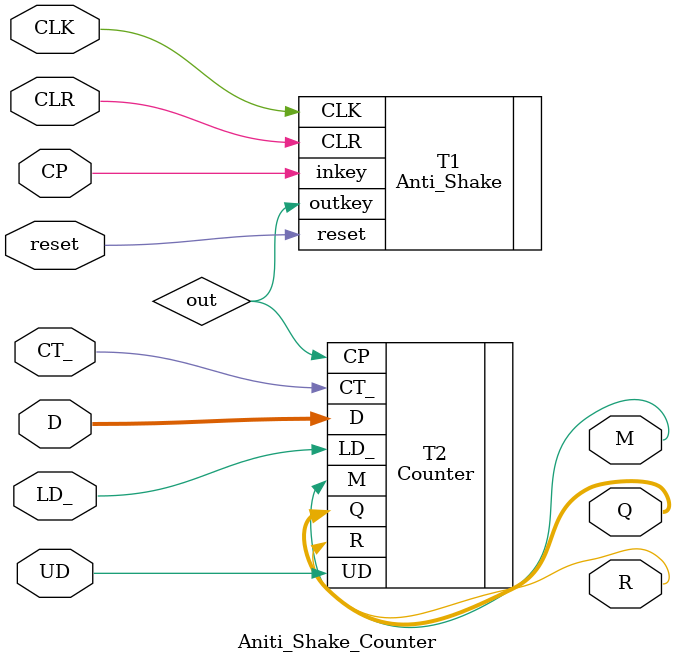
<source format=v>
`timescale 1ns / 1ps

module Aniti_Shake_Counter(
//¼ÆÊýÆ÷
input LD_,
input CT_,
input UD,
input CLK,//Ê±ÖÓ
input CP,//°´¼üÊ±ÖÓ
input [3:0]D,

output [3:0]Q,
output M,
output R,

//°´¼üÏû¶¶
input reset,//·ÖÆµÆ÷ÇåÁã¼ü
input CLR//¸´Î»
    );
    
wire out;
//wire inkey;//°´¼ü¿ª¹Ø

//Ïû¶¶
Anti_Shake T1(
.CLK(CLK),//Ê±ÖÓ
.inkey(CP),//°´¼ü¿ª¹Ø
.reset(reset),
.CLR(CLR),//¸´Î»
.outkey(out)//Ïû¶¶ºó°´¼ü¿ª¹Ø
    );
    
//¼ÆÊý
Counter T2(
.LD_(LD_),
.CT_(CT_),
.UD(UD),
.CP(out),
.D(D),
.Q(Q),
.M(M),
.R(R)
    );

endmodule

</source>
